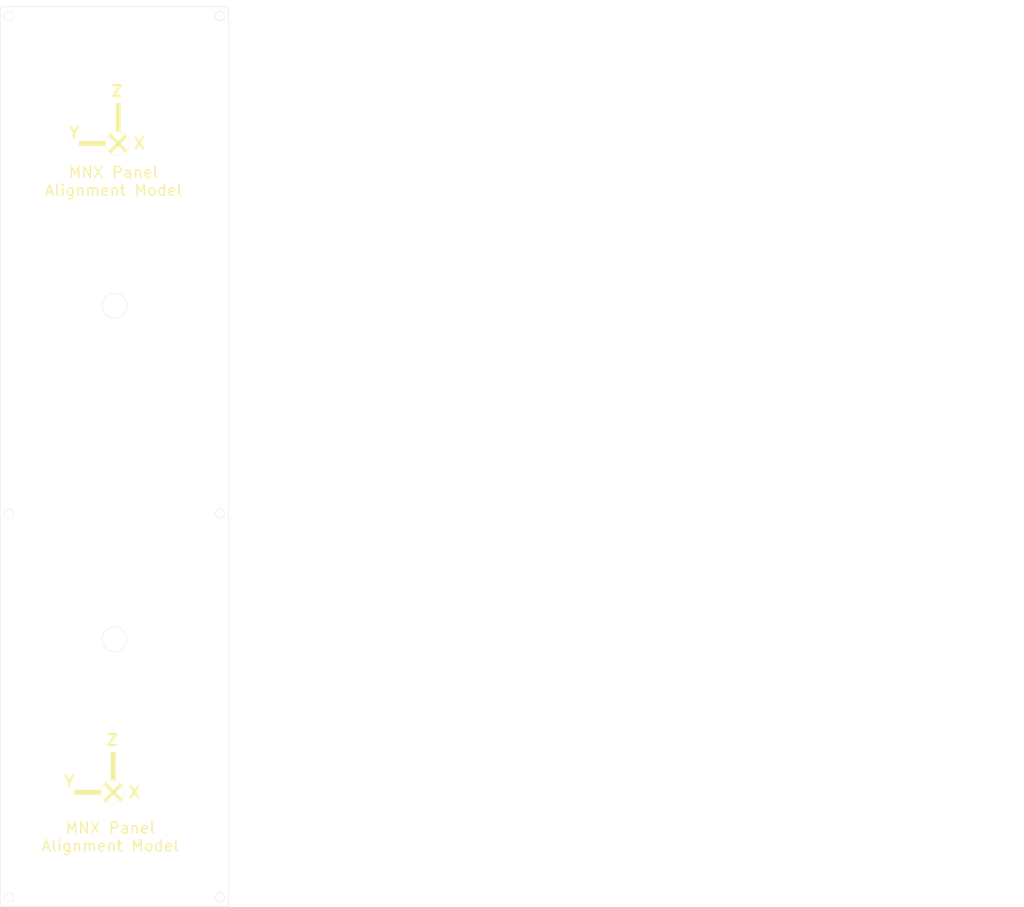
<source format=kicad_pcb>
(kicad_pcb
	(version 20240108)
	(generator "pcbnew")
	(generator_version "8.0")
	(general
		(thickness 1.6)
		(legacy_teardrops no)
	)
	(paper "A2")
	(layers
		(0 "F.Cu" signal)
		(31 "B.Cu" signal)
		(32 "B.Adhes" user "B.Adhesive")
		(33 "F.Adhes" user "F.Adhesive")
		(34 "B.Paste" user)
		(35 "F.Paste" user)
		(36 "B.SilkS" user "B.Silkscreen")
		(37 "F.SilkS" user "F.Silkscreen")
		(38 "B.Mask" user)
		(39 "F.Mask" user)
		(40 "Dwgs.User" user "User.Drawings")
		(41 "Cmts.User" user "User.Comments")
		(42 "Eco1.User" user "User.Eco1")
		(43 "Eco2.User" user "User.Eco2")
		(44 "Edge.Cuts" user)
		(45 "Margin" user)
		(46 "B.CrtYd" user "B.Courtyard")
		(47 "F.CrtYd" user "F.Courtyard")
		(48 "B.Fab" user)
		(49 "F.Fab" user)
		(50 "User.1" user)
		(51 "User.2" user)
		(52 "User.3" user)
		(53 "User.4" user)
		(54 "User.5" user)
		(55 "User.6" user)
		(56 "User.7" user)
		(57 "User.8" user)
		(58 "User.9" user)
	)
	(setup
		(pad_to_mask_clearance 0)
		(allow_soldermask_bridges_in_footprints no)
		(pcbplotparams
			(layerselection 0x00010fc_ffffffff)
			(plot_on_all_layers_selection 0x0000000_00000000)
			(disableapertmacros no)
			(usegerberextensions no)
			(usegerberattributes yes)
			(usegerberadvancedattributes yes)
			(creategerberjobfile yes)
			(dashed_line_dash_ratio 12.000000)
			(dashed_line_gap_ratio 3.000000)
			(svgprecision 4)
			(plotframeref no)
			(viasonmask no)
			(mode 1)
			(useauxorigin no)
			(hpglpennumber 1)
			(hpglpenspeed 20)
			(hpglpendiameter 15.000000)
			(pdf_front_fp_property_popups yes)
			(pdf_back_fp_property_popups yes)
			(dxfpolygonmode yes)
			(dxfimperialunits yes)
			(dxfusepcbnewfont yes)
			(psnegative no)
			(psa4output no)
			(plotreference yes)
			(plotvalue yes)
			(plotfptext yes)
			(plotinvisibletext no)
			(sketchpadsonfab no)
			(subtractmaskfromsilk no)
			(outputformat 1)
			(mirror no)
			(drillshape 1)
			(scaleselection 1)
			(outputdirectory "")
		)
	)
	(net 0 "")
	(gr_poly
		(pts
			(xy 86.94 93.49) (xy 86.94 93.57) (xy 86.15 94.36) (xy 80.09 88.3) (xy 80.92 87.47)
		)
		(stroke
			(width 0.05)
			(type solid)
		)
		(fill solid)
		(layer "F.SilkS")
		(uuid "115045eb-d202-4214-b7ce-82d3f61dad76")
	)
	(gr_rect
		(start 81.015 311.25)
		(end 82.685 321.47)
		(stroke
			(width 0.1)
			(type solid)
		)
		(fill solid)
		(layer "F.SilkS")
		(uuid "363e5483-b3c0-4224-8b06-8f9a75677ad4")
	)
	(gr_poly
		(pts
			(xy 80.99 94.56) (xy 80.91 94.56) (xy 80.12 93.77) (xy 86.18 87.71) (xy 87.01 88.54)
		)
		(stroke
			(width 0.05)
			(type solid)
		)
		(fill solid)
		(layer "F.SilkS")
		(uuid "4f9d7667-72f3-4706-949d-976664a66bce")
	)
	(gr_circle
		(center 81.66 325.76)
		(end 84.71 322.71)
		(stroke
			(width 0.1)
			(type default)
		)
		(fill none)
		(layer "F.SilkS")
		(uuid "61c4d56d-e98d-42e2-9afc-802a8a768f33")
	)
	(gr_circle
		(center 83.42 91.03)
		(end 86.47 87.98)
		(stroke
			(width 0.1)
			(type default)
		)
		(fill none)
		(layer "F.SilkS")
		(uuid "7717e0f8-a754-4d09-9cab-0e092b1c8d36")
	)
	(gr_rect
		(start 67.795 324.94)
		(end 77.355 326.61)
		(stroke
			(width 0.1)
			(type solid)
		)
		(fill solid)
		(layer "F.SilkS")
		(uuid "821bc964-1621-49a2-9117-3bc2d2a40aae")
	)
	(gr_poly
		(pts
			(xy 85.18 328.22) (xy 85.18 328.3) (xy 84.39 329.09) (xy 78.33 323.03) (xy 79.16 322.2)
		)
		(stroke
			(width 0.05)
			(type solid)
		)
		(fill solid)
		(layer "F.SilkS")
		(uuid "89d251e7-f196-40a3-b034-9c6961fd71d8")
	)
	(gr_rect
		(start 82.775 76.52)
		(end 84.445 86.74)
		(stroke
			(width 0.1)
			(type solid)
		)
		(fill solid)
		(layer "F.SilkS")
		(uuid "a1b38373-2c98-4380-8b81-c2d388947a22")
	)
	(gr_poly
		(pts
			(xy 79.23 329.29) (xy 79.15 329.29) (xy 78.36 328.5) (xy 84.42 322.44) (xy 85.25 323.27)
		)
		(stroke
			(width 0.05)
			(type solid)
		)
		(fill solid)
		(layer "F.SilkS")
		(uuid "b871e44d-d33d-4d7f-9854-c95df6cab320")
	)
	(gr_rect
		(start 69.555 90.21)
		(end 79.115 91.88)
		(stroke
			(width 0.1)
			(type solid)
		)
		(fill solid)
		(layer "F.SilkS")
		(uuid "f27b2283-1a0d-437a-bbbc-8f430a79f35e")
	)
	(gr_arc
		(start 409.5 42.68)
		(mid 407.8 44.38)
		(end 406.1 42.68)
		(stroke
			(width 0.25)
			(type default)
		)
		(layer "Dwgs.User")
		(uuid "0f634ac3-b92a-4c79-8b3b-a881a90d985e")
	)
	(gr_line
		(start 328.4 39.78)
		(end 328.9 39.28)
		(stroke
			(width 0.25)
			(type default)
		)
		(layer "Dwgs.User")
		(uuid "27cf2600-2eaa-480c-9275-8ec7d4ddfceb")
	)
	(gr_arc
		(start 409.5 361.38)
		(mid 407.8 363.08)
		(end 406.1 361.38)
		(stroke
			(width 0.25)
			(type default)
		)
		(layer "Dwgs.User")
		(uuid "2ad42cac-7936-4306-9ad8-1015b0777337")
	)
	(gr_line
		(start 410.5 39.28)
		(end 328.9 39.28)
		(stroke
			(width 0.25)
			(type default)
		)
		(layer "Dwgs.User")
		(uuid "2d176a00-b17a-4d00-a651-60e418731159")
	)
	(gr_arc
		(start 333.3 42.68)
		(mid 331.6 44.38)
		(end 329.9 42.68)
		(stroke
			(width 0.25)
			(type default)
		)
		(layer "Dwgs.User")
		(uuid "39b50393-b1a0-46b0-a086-da1f0a0f6fef")
	)
	(gr_line
		(start 328.9 364.78)
		(end 410.5 364.78)
		(stroke
			(width 0.25)
			(type default)
		)
		(layer "Dwgs.User")
		(uuid "40204b2a-373a-470b-a0c2-4cc7b17705ef")
	)
	(gr_arc
		(start 406.1 42.68)
		(mid 407.8 40.98)
		(end 409.5 42.68)
		(stroke
			(width 0.25)
			(type default)
		)
		(layer "Dwgs.User")
		(uuid "422758a8-574d-4006-aa3b-ffa35dbfcf1b")
	)
	(gr_arc
		(start 406.1 361.38)
		(mid 407.8 359.68)
		(end 409.5 361.38)
		(stroke
			(width 0.25)
			(type default)
		)
		(layer "Dwgs.User")
		(uuid "428b78b2-832e-4c1b-9cbf-c713ca034277")
	)
	(gr_line
		(start 328.4 39.78)
		(end 328.4 364.28)
		(stroke
			(width 0.25)
			(type default)
		)
		(layer "Dwgs.User")
		(uuid "5f91e80e-0677-41b7-b8a8-beddd73f76c5")
	)
	(gr_line
		(start 411 364.28)
		(end 410.5 364.78)
		(stroke
			(width 0.25)
			(type default)
		)
		(layer "Dwgs.User")
		(uuid "72de022e-3c47-461f-901b-b8e7d2c73797")
	)
	(gr_arc
		(start 333.3 222.58)
		(mid 331.6 224.28)
		(end 329.9 222.58)
		(stroke
			(width 0.25)
			(type default)
		)
		(layer "Dwgs.User")
		(uuid "7d016fb2-615a-4f56-a1d4-0cb9ff82ab66")
	)
	(gr_circle
		(center 369.7 147.38)
		(end 374.2 147.38)
		(stroke
			(width 0.25)
			(type default)
		)
		(fill none)
		(layer "Dwgs.User")
		(uuid "8b31ad8f-c6a0-4095-a8d9-5b56e6c964f7")
	)
	(gr_arc
		(start 329.9 222.58)
		(mid 331.6 220.88)
		(end 333.3 222.58)
		(stroke
			(width 0.25)
			(type default)
		)
		(layer "Dwgs.User")
		(uuid "974149eb-386c-4771-a62d-4f585386ba24")
	)
	(gr_arc
		(start 329.9 42.68)
		(mid 331.6 40.98)
		(end 333.3 42.68)
		(stroke
			(width 0.25)
			(type default)
		)
		(layer "Dwgs.User")
		(uuid "b58a6330-3f8a-411d-87b2-0ac80119fbf1")
	)
	(gr_circle
		(center 369.7 268.08)
		(end 374.2 268.08)
		(stroke
			(width 0.25)
			(type default)
		)
		(fill none)
		(layer "Dwgs.User")
		(uuid "b8f1492a-1945-4a69-98fc-4492731cede1")
	)
	(gr_arc
		(start 406.1 222.58)
		(mid 407.8 220.88)
		(end 409.5 222.58)
		(stroke
			(width 0.25)
			(type default)
		)
		(layer "Dwgs.User")
		(uuid "c0cffd9e-53a7-45c3-8866-d74c9e10c788")
	)
	(gr_arc
		(start 333.3 361.38)
		(mid 331.6 363.08)
		(end 329.9 361.38)
		(stroke
			(width 0.25)
			(type default)
		)
		(layer "Dwgs.User")
		(uuid "c6f79243-40b9-4aea-b332-a5ab2d831c01")
	)
	(gr_line
		(start 328.9 364.78)
		(end 328.4 364.28)
		(stroke
			(width 0.25)
			(type default)
		)
		(layer "Dwgs.User")
		(uuid "ccce6b26-d776-44df-bebc-78e07193bc42")
	)
	(gr_line
		(start 410.5 39.28)
		(end 411 39.78)
		(stroke
			(width 0.25)
			(type default)
		)
		(layer "Dwgs.User")
		(uuid "ddfa1edf-414d-4a86-9bc0-b91abbfd5b04")
	)
	(gr_arc
		(start 409.5 222.58)
		(mid 407.8 224.28)
		(end 406.1 222.58)
		(stroke
			(width 0.25)
			(type default)
		)
		(layer "Dwgs.User")
		(uuid "ee496248-9a4a-496a-872f-4c265074d2e8")
	)
	(gr_arc
		(start 329.9 361.38)
		(mid 331.6 359.68)
		(end 333.3 361.38)
		(stroke
			(width 0.25)
			(type default)
		)
		(layer "Dwgs.User")
		(uuid "f451f382-fac2-4ecd-9c05-ea8b9c847172")
	)
	(gr_line
		(start 411 364.28)
		(end 411 39.78)
		(stroke
			(width 0.25)
			(type default)
		)
		(layer "Dwgs.User")
		(uuid "f7284d9e-e45e-4d88-b0b7-24a231470e15")
	)
	(gr_line
		(start 41.45 41.63)
		(end 123.05 41.63)
		(stroke
			(width 0.1)
			(type default)
		)
		(layer "Edge.Cuts")
		(uuid "1b0d16cc-c0a2-4024-a5f2-8e39a90614de")
	)
	(gr_line
		(start 123.55 42.13)
		(end 123.55 366.63)
		(stroke
			(width 0.1)
			(type default)
		)
		(layer "Edge.Cuts")
		(uuid "2d798627-50bb-49a1-9751-f095aa731366")
	)
	(gr_circle
		(center 120.35 45.03)
		(end 122.05 45.03)
		(stroke
			(width 0.1)
			(type default)
		)
		(fill none)
		(layer "Edge.Cuts")
		(uuid "314b7162-5aeb-4cc6-99c4-4e507a6a9a2a")
	)
	(gr_circle
		(center 120.35 224.93)
		(end 122.05 224.93)
		(stroke
			(width 0.1)
			(type default)
		)
		(fill none)
		(layer "Edge.Cuts")
		(uuid "33152272-79fe-4ecc-be25-c18c25c04c81")
	)
	(gr_circle
		(center 44.15 363.73)
		(end 45.85 363.73)
		(stroke
			(width 0.1)
			(type default)
		)
		(fill none)
		(layer "Edge.Cuts")
		(uuid "552e650d-c16c-4f4b-b24e-0ef3e72bdcae")
	)
	(gr_circle
		(center 82.25 270.43)
		(end 86.75 270.43)
		(stroke
			(width 0.1)
			(type default)
		)
		(fill none)
		(layer "Edge.Cuts")
		(uuid "67c58688-ef5b-4898-8886-950c2da4fd53")
	)
	(gr_line
		(start 123.05 41.63)
		(end 123.55 42.13)
		(stroke
			(width 0.1)
			(type default)
		)
		(layer "Edge.Cuts")
		(uuid "702e7a98-205d-4a05-9ed0-b9b5aaf2b7ec")
	)
	(gr_line
		(start 40.95 366.63)
		(end 40.95 42.13)
		(stroke
			(width 0.1)
			(type default)
		)
		(layer "Edge.Cuts")
		(uuid "7fd2066d-1f3f-4795-b775-7043489a1fff")
	)
	(gr_line
		(start 123.55 366.63)
		(end 123.05 367.13)
		(stroke
			(width 0.1)
			(type default)
		)
		(layer "Edge.Cuts")
		(uuid "8f5dcc03-6989-4bc2-a588-e8ca841b3cec")
	)
	(gr_circle
		(center 44.15 224.93)
		(end 45.85 224.93)
		(stroke
			(width 0.1)
			(type default)
		)
		(fill none)
		(layer "Edge.Cuts")
		(uuid "900357ec-46ec-4da5-abca-90256590b958")
	)
	(gr_circle
		(center 44.15 45.03)
		(end 45.85 45.03)
		(stroke
			(width 0.1)
			(type default)
		)
		(fill none)
		(layer "Edge.Cuts")
		(uuid "946e24e4-5036-40d3-ad79-386d2068802a")
	)
	(gr_line
		(start 40.95 366.63)
		(end 41.45 367.13)
		(stroke
			(width 0.1)
			(type default)
		)
		(layer "Edge.Cuts")
		(uuid "9ad309b1-75c0-46a0-9729-bec4b8f53347")
	)
	(gr_circle
		(center 120.35 363.73)
		(end 122.05 363.73)
		(stroke
			(width 0.1)
			(type default)
		)
		(fill none)
		(layer "Edge.Cuts")
		(uuid "9fcea727-9624-46d0-bde7-872cfd1fdf7d")
	)
	(gr_circle
		(center 82.25 149.73)
		(end 86.75 149.73)
		(stroke
			(width 0.1)
			(type default)
		)
		(fill none)
		(layer "Edge.Cuts")
		(uuid "aad1eb54-a9a6-434a-8092-91c6157ec8ed")
	)
	(gr_line
		(start 40.95 42.13)
		(end 41.45 41.63)
		(stroke
			(width 0.1)
			(type default)
		)
		(layer "Edge.Cuts")
		(uuid "d2dc72bc-23a9-4438-9a85-f6e3749e2fa2")
	)
	(gr_line
		(start 123.05 367.13)
		(end 41.45 367.13)
		(stroke
			(width 0.1)
			(type default)
		)
		(layer "Edge.Cuts")
		(uuid "ee1905cd-1b5e-4d64-ba54-eab6c8d225f8")
	)
	(gr_text "Y"
		(at 65.475 89.53 0)
		(layer "F.SilkS")
		(uuid "0b5e38ef-3d78-4df5-a3a3-720b8c8f64b3")
		(effects
			(font
				(size 4 4)
				(thickness 0.8)
				(bold yes)
			)
			(justify left bottom)
		)
	)
	(gr_text "Z"
		(at 78.98 309.22 0)
		(layer "F.SilkS")
		(uuid "4010d01f-b7c3-4f04-88e8-939818b0159d")
		(effects
			(font
				(size 4 4)
				(thickness 0.8)
				(bold yes)
			)
			(justify left bottom)
		)
	)
	(gr_text "Y"
		(at 63.715 324.26 0)
		(layer "F.SilkS")
		(uuid "425d1ae9-f5bb-44d4-980e-2c4496be19ab")
		(effects
			(font
				(size 4 4)
				(thickness 0.8)
				(bold yes)
			)
			(justify left bottom)
		)
	)
	(gr_text "MNX Panel\nAlignment Model"
		(at 80.78 347.43 0)
		(layer "F.SilkS")
		(uuid "817f90ac-eda4-4c9b-b2ff-3752871dc458")
		(effects
			(font
				(size 4 4)
				(thickness 0.5)
			)
			(justify bottom)
		)
	)
	(gr_text "MNX Panel\nAlignment Model"
		(at 81.95 110.3 0)
		(layer "F.SilkS")
		(uuid "9bc13870-4be7-44a2-b1f5-06eba72dd86a")
		(effects
			(font
				(size 4 4)
				(thickness 0.5)
			)
			(justify bottom)
		)
	)
	(gr_text "Z"
		(at 80.74 74.49 0)
		(layer "F.SilkS")
		(uuid "b402d79b-566f-4e0b-9bb5-9a74867019b1")
		(effects
			(font
				(size 4 4)
				(thickness 0.8)
				(bold yes)
			)
			(justify left bottom)
		)
	)
	(gr_text "X"
		(at 88.815 93.38 0)
		(layer "F.SilkS")
		(uuid "cc0f6072-5ef9-4320-bd9d-85ed541fc333")
		(effects
			(font
				(size 4 4)
				(thickness 0.8)
				(bold yes)
			)
			(justify left bottom)
		)
	)
	(gr_text "X"
		(at 87.055 328.11 0)
		(layer "F.SilkS")
		(uuid "dd2bf2f3-da70-4316-a019-cbcd00267556")
		(effects
			(font
				(size 4 4)
				(thickness 0.8)
				(bold yes)
			)
			(justify left bottom)
		)
	)
	(group ""
		(uuid "7d928475-caf0-4614-8f1b-c6580e0391f8")
		(members "0f634ac3-b92a-4c79-8b3b-a881a90d985e" "27cf2600-2eaa-480c-9275-8ec7d4ddfceb"
			"2ad42cac-7936-4306-9ad8-1015b0777337" "2d176a00-b17a-4d00-a651-60e418731159"
			"39b50393-b1a0-46b0-a086-da1f0a0f6fef" "40204b2a-373a-470b-a0c2-4cc7b17705ef"
			"422758a8-574d-4006-aa3b-ffa35dbfcf1b" "428b78b2-832e-4c1b-9cbf-c713ca034277"
			"5f91e80e-0677-41b7-b8a8-beddd73f76c5" "72de022e-3c47-461f-901b-b8e7d2c73797"
			"7d016fb2-615a-4f56-a1d4-0cb9ff82ab66" "8b31ad8f-c6a0-4095-a8d9-5b56e6c964f7"
			"974149eb-386c-4771-a62d-4f585386ba24" "b58a6330-3f8a-411d-87b2-0ac80119fbf1"
			"b8f1492a-1945-4a69-98fc-4492731cede1" "c0cffd9e-53a7-45c3-8866-d74c9e10c788"
			"c6f79243-40b9-4aea-b332-a5ab2d831c01" "ccce6b26-d776-44df-bebc-78e07193bc42"
			"ddfa1edf-414d-4a86-9bc0-b91abbfd5b04" "ee496248-9a4a-496a-872f-4c265074d2e8"
			"f451f382-fac2-4ecd-9c05-ea8b9c847172" "f7284d9e-e45e-4d88-b0b7-24a231470e15"
		)
	)
)
</source>
